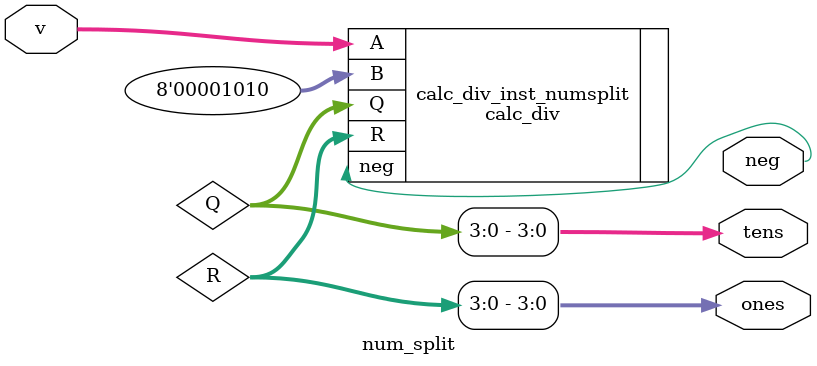
<source format=v>

module num_split(
    input [7:0] v,
    output [3:0] tens, // Êä³öÊ®Î»
    output [3:0] ones, // Êä³ö¸öÎ»
    output neg // ¸ººÅ
);

// µ÷ÓÃ³ý·¨£¬½«voutÊä³öÎ»Á½Î»
wire [7:0] Q;
wire [7:0] R;
wire neg;

calc_div calc_div_inst_numsplit(
    .A(v),
    .B(8'd10),
    .Q(Q),
    .R(R),
    .neg(neg)
);

assign tens = Q[3:0];
assign ones = R[3:0];


endmodule
</source>
